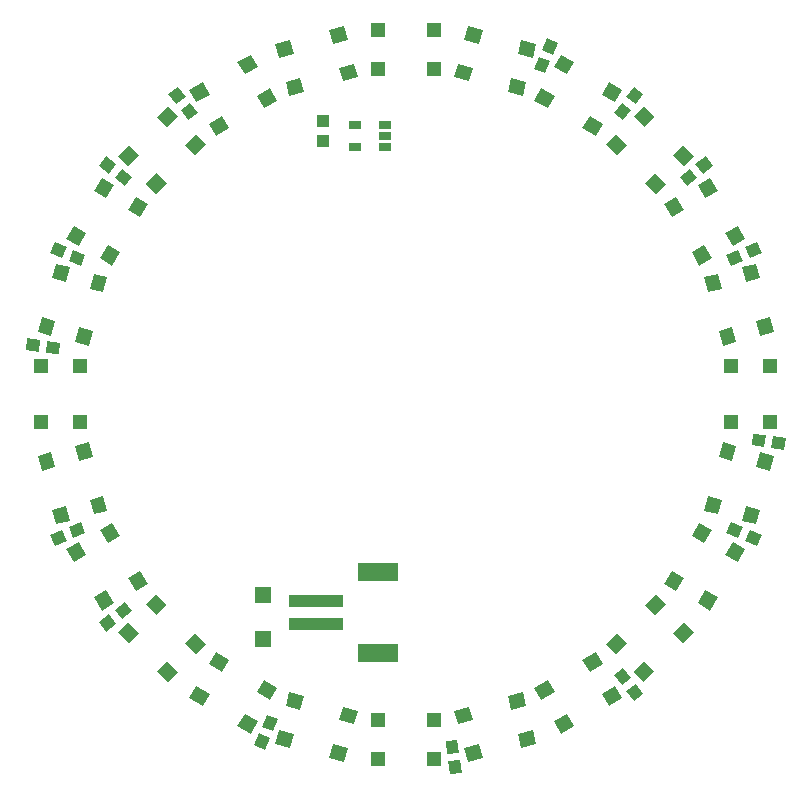
<source format=gbr>
G04 EAGLE Gerber RS-274X export*
G75*
%MOMM*%
%FSLAX34Y34*%
%LPD*%
%INSolderpaste Top*%
%IPPOS*%
%AMOC8*
5,1,8,0,0,1.08239X$1,22.5*%
G01*
%ADD10R,1.300000X1.200000*%
%ADD11R,1.200000X1.300000*%
%ADD12R,1.100000X1.000000*%
%ADD13R,1.000000X1.100000*%
%ADD14R,4.600000X1.000000*%
%ADD15R,3.400000X1.600000*%
%ADD16R,1.400000X1.400000*%
%ADD17R,0.990000X0.690000*%


D10*
X23500Y275600D03*
X23500Y308600D03*
X-23500Y275600D03*
X-23500Y308600D03*
G36*
X89304Y267603D02*
X101860Y264239D01*
X98754Y252649D01*
X86198Y256013D01*
X89304Y267603D01*
G37*
G36*
X97845Y299478D02*
X110401Y296114D01*
X107295Y284524D01*
X94739Y287888D01*
X97845Y299478D01*
G37*
G36*
X43906Y279767D02*
X56462Y276403D01*
X53356Y264813D01*
X40800Y268177D01*
X43906Y279767D01*
G37*
G36*
X52447Y311643D02*
X65003Y308279D01*
X61897Y296689D01*
X49341Y300053D01*
X52447Y311643D01*
G37*
G36*
X155523Y235373D02*
X166781Y228873D01*
X160781Y218481D01*
X149523Y224981D01*
X155523Y235373D01*
G37*
G36*
X172023Y263952D02*
X183281Y257452D01*
X177281Y247060D01*
X166023Y253560D01*
X172023Y263952D01*
G37*
G36*
X114819Y258873D02*
X126077Y252373D01*
X120077Y241981D01*
X108819Y248481D01*
X114819Y258873D01*
G37*
G36*
X131319Y287452D02*
X142577Y280952D01*
X136577Y270560D01*
X125319Y277060D01*
X131319Y287452D01*
G37*
G36*
X211142Y187099D02*
X220333Y177908D01*
X211848Y169423D01*
X202657Y178614D01*
X211142Y187099D01*
G37*
G36*
X234476Y210433D02*
X243667Y201242D01*
X235182Y192757D01*
X225991Y201948D01*
X234476Y210433D01*
G37*
G36*
X177908Y220333D02*
X187099Y211142D01*
X178614Y202657D01*
X169423Y211848D01*
X177908Y220333D01*
G37*
G36*
X201242Y243667D02*
X210433Y234476D01*
X201948Y225991D01*
X192757Y235182D01*
X201242Y243667D01*
G37*
G36*
X252373Y126077D02*
X258873Y114819D01*
X248481Y108819D01*
X241981Y120077D01*
X252373Y126077D01*
G37*
G36*
X280952Y142577D02*
X287452Y131319D01*
X277060Y125319D01*
X270560Y136577D01*
X280952Y142577D01*
G37*
G36*
X228873Y166781D02*
X235373Y155523D01*
X224981Y149523D01*
X218481Y160781D01*
X228873Y166781D01*
G37*
G36*
X257452Y183281D02*
X263952Y172023D01*
X253560Y166023D01*
X247060Y177281D01*
X257452Y183281D01*
G37*
G36*
X276403Y56462D02*
X279767Y43906D01*
X268177Y40800D01*
X264813Y53356D01*
X276403Y56462D01*
G37*
G36*
X308279Y65003D02*
X311643Y52447D01*
X300053Y49341D01*
X296689Y61897D01*
X308279Y65003D01*
G37*
G36*
X264239Y101860D02*
X267603Y89304D01*
X256013Y86198D01*
X252649Y98754D01*
X264239Y101860D01*
G37*
G36*
X296114Y110401D02*
X299478Y97845D01*
X287888Y94739D01*
X284524Y107295D01*
X296114Y110401D01*
G37*
D11*
X275600Y-23500D03*
X308600Y-23500D03*
X275600Y23500D03*
X308600Y23500D03*
D10*
G36*
X267603Y-89304D02*
X264239Y-101860D01*
X252649Y-98754D01*
X256013Y-86198D01*
X267603Y-89304D01*
G37*
G36*
X299478Y-97845D02*
X296114Y-110401D01*
X284524Y-107295D01*
X287888Y-94739D01*
X299478Y-97845D01*
G37*
G36*
X279767Y-43906D02*
X276403Y-56462D01*
X264813Y-53356D01*
X268177Y-40800D01*
X279767Y-43906D01*
G37*
G36*
X311643Y-52447D02*
X308279Y-65003D01*
X296689Y-61897D01*
X300053Y-49341D01*
X311643Y-52447D01*
G37*
G36*
X235373Y-155523D02*
X228873Y-166781D01*
X218481Y-160781D01*
X224981Y-149523D01*
X235373Y-155523D01*
G37*
G36*
X263952Y-172023D02*
X257452Y-183281D01*
X247060Y-177281D01*
X253560Y-166023D01*
X263952Y-172023D01*
G37*
G36*
X258873Y-114819D02*
X252373Y-126077D01*
X241981Y-120077D01*
X248481Y-108819D01*
X258873Y-114819D01*
G37*
G36*
X287452Y-131319D02*
X280952Y-142577D01*
X270560Y-136577D01*
X277060Y-125319D01*
X287452Y-131319D01*
G37*
G36*
X187099Y-211142D02*
X177908Y-220333D01*
X169423Y-211848D01*
X178614Y-202657D01*
X187099Y-211142D01*
G37*
G36*
X210433Y-234476D02*
X201242Y-243667D01*
X192757Y-235182D01*
X201948Y-225991D01*
X210433Y-234476D01*
G37*
G36*
X220333Y-177908D02*
X211142Y-187099D01*
X202657Y-178614D01*
X211848Y-169423D01*
X220333Y-177908D01*
G37*
G36*
X243667Y-201242D02*
X234476Y-210433D01*
X225991Y-201948D01*
X235182Y-192757D01*
X243667Y-201242D01*
G37*
G36*
X126077Y-252373D02*
X114819Y-258873D01*
X108819Y-248481D01*
X120077Y-241981D01*
X126077Y-252373D01*
G37*
G36*
X142577Y-280952D02*
X131319Y-287452D01*
X125319Y-277060D01*
X136577Y-270560D01*
X142577Y-280952D01*
G37*
G36*
X166781Y-228873D02*
X155523Y-235373D01*
X149523Y-224981D01*
X160781Y-218481D01*
X166781Y-228873D01*
G37*
G36*
X183281Y-257452D02*
X172023Y-263952D01*
X166023Y-253560D01*
X177281Y-247060D01*
X183281Y-257452D01*
G37*
G36*
X56462Y-276403D02*
X43906Y-279767D01*
X40800Y-268177D01*
X53356Y-264813D01*
X56462Y-276403D01*
G37*
G36*
X65003Y-308279D02*
X52447Y-311643D01*
X49341Y-300053D01*
X61897Y-296689D01*
X65003Y-308279D01*
G37*
G36*
X101860Y-264239D02*
X89304Y-267603D01*
X86198Y-256013D01*
X98754Y-252649D01*
X101860Y-264239D01*
G37*
G36*
X110401Y-296114D02*
X97845Y-299478D01*
X94739Y-287888D01*
X107295Y-284524D01*
X110401Y-296114D01*
G37*
D12*
G36*
X122056Y281605D02*
X117846Y271444D01*
X108608Y275271D01*
X112818Y285432D01*
X122056Y281605D01*
G37*
G36*
X128562Y297311D02*
X124352Y287150D01*
X115114Y290977D01*
X119324Y301138D01*
X128562Y297311D01*
G37*
G36*
X190783Y240420D02*
X184087Y231694D01*
X176155Y237782D01*
X182851Y246508D01*
X190783Y240420D01*
G37*
G36*
X201132Y253907D02*
X194436Y245181D01*
X186504Y251269D01*
X193200Y259995D01*
X201132Y253907D01*
G37*
G36*
X246508Y182851D02*
X237782Y176155D01*
X231694Y184087D01*
X240420Y190783D01*
X246508Y182851D01*
G37*
G36*
X259995Y193200D02*
X251269Y186504D01*
X245181Y194436D01*
X253907Y201132D01*
X259995Y193200D01*
G37*
G36*
X281605Y-122056D02*
X271444Y-117846D01*
X275271Y-108608D01*
X285432Y-112818D01*
X281605Y-122056D01*
G37*
G36*
X297311Y-128562D02*
X287150Y-124352D01*
X290977Y-115114D01*
X301138Y-119324D01*
X297311Y-128562D01*
G37*
G36*
X182851Y-246508D02*
X176155Y-237782D01*
X184087Y-231694D01*
X190783Y-240420D01*
X182851Y-246508D01*
G37*
G36*
X193200Y-259995D02*
X186504Y-251269D01*
X194436Y-245181D01*
X201132Y-253907D01*
X193200Y-259995D01*
G37*
G36*
X35098Y-304906D02*
X33662Y-294001D01*
X43576Y-292696D01*
X45012Y-303601D01*
X35098Y-304906D01*
G37*
G36*
X37317Y-321761D02*
X35881Y-310856D01*
X45795Y-309551D01*
X47231Y-320456D01*
X37317Y-321761D01*
G37*
D10*
X-23500Y-275600D03*
X-23500Y-308600D03*
X23500Y-275600D03*
X23500Y-308600D03*
G36*
X-89304Y-267603D02*
X-101860Y-264239D01*
X-98754Y-252649D01*
X-86198Y-256013D01*
X-89304Y-267603D01*
G37*
G36*
X-97845Y-299478D02*
X-110401Y-296114D01*
X-107295Y-284524D01*
X-94739Y-287888D01*
X-97845Y-299478D01*
G37*
G36*
X-43906Y-279767D02*
X-56462Y-276403D01*
X-53356Y-264813D01*
X-40800Y-268177D01*
X-43906Y-279767D01*
G37*
G36*
X-52447Y-311643D02*
X-65003Y-308279D01*
X-61897Y-296689D01*
X-49341Y-300053D01*
X-52447Y-311643D01*
G37*
G36*
X-155523Y-235373D02*
X-166781Y-228873D01*
X-160781Y-218481D01*
X-149523Y-224981D01*
X-155523Y-235373D01*
G37*
G36*
X-172023Y-263952D02*
X-183281Y-257452D01*
X-177281Y-247060D01*
X-166023Y-253560D01*
X-172023Y-263952D01*
G37*
G36*
X-114819Y-258873D02*
X-126077Y-252373D01*
X-120077Y-241981D01*
X-108819Y-248481D01*
X-114819Y-258873D01*
G37*
G36*
X-131319Y-287452D02*
X-142577Y-280952D01*
X-136577Y-270560D01*
X-125319Y-277060D01*
X-131319Y-287452D01*
G37*
G36*
X-211142Y-187099D02*
X-220333Y-177908D01*
X-211848Y-169423D01*
X-202657Y-178614D01*
X-211142Y-187099D01*
G37*
G36*
X-234476Y-210433D02*
X-243667Y-201242D01*
X-235182Y-192757D01*
X-225991Y-201948D01*
X-234476Y-210433D01*
G37*
G36*
X-177908Y-220333D02*
X-187099Y-211142D01*
X-178614Y-202657D01*
X-169423Y-211848D01*
X-177908Y-220333D01*
G37*
G36*
X-201242Y-243667D02*
X-210433Y-234476D01*
X-201948Y-225991D01*
X-192757Y-235182D01*
X-201242Y-243667D01*
G37*
G36*
X-252373Y-126077D02*
X-258873Y-114819D01*
X-248481Y-108819D01*
X-241981Y-120077D01*
X-252373Y-126077D01*
G37*
G36*
X-280952Y-142577D02*
X-287452Y-131319D01*
X-277060Y-125319D01*
X-270560Y-136577D01*
X-280952Y-142577D01*
G37*
G36*
X-228873Y-166781D02*
X-235373Y-155523D01*
X-224981Y-149523D01*
X-218481Y-160781D01*
X-228873Y-166781D01*
G37*
G36*
X-257452Y-183281D02*
X-263952Y-172023D01*
X-253560Y-166023D01*
X-247060Y-177281D01*
X-257452Y-183281D01*
G37*
G36*
X-276403Y-56462D02*
X-279767Y-43906D01*
X-268177Y-40800D01*
X-264813Y-53356D01*
X-276403Y-56462D01*
G37*
G36*
X-308279Y-65003D02*
X-311643Y-52447D01*
X-300053Y-49341D01*
X-296689Y-61897D01*
X-308279Y-65003D01*
G37*
G36*
X-264239Y-101860D02*
X-267603Y-89304D01*
X-256013Y-86198D01*
X-252649Y-98754D01*
X-264239Y-101860D01*
G37*
G36*
X-296114Y-110401D02*
X-299478Y-97845D01*
X-287888Y-94739D01*
X-284524Y-107295D01*
X-296114Y-110401D01*
G37*
D11*
X-275600Y23500D03*
X-308600Y23500D03*
X-275600Y-23500D03*
X-308600Y-23500D03*
D10*
G36*
X-267603Y89304D02*
X-264239Y101860D01*
X-252649Y98754D01*
X-256013Y86198D01*
X-267603Y89304D01*
G37*
G36*
X-299478Y97845D02*
X-296114Y110401D01*
X-284524Y107295D01*
X-287888Y94739D01*
X-299478Y97845D01*
G37*
G36*
X-279767Y43906D02*
X-276403Y56462D01*
X-264813Y53356D01*
X-268177Y40800D01*
X-279767Y43906D01*
G37*
G36*
X-311643Y52447D02*
X-308279Y65003D01*
X-296689Y61897D01*
X-300053Y49341D01*
X-311643Y52447D01*
G37*
G36*
X-235373Y155523D02*
X-228873Y166781D01*
X-218481Y160781D01*
X-224981Y149523D01*
X-235373Y155523D01*
G37*
G36*
X-263952Y172023D02*
X-257452Y183281D01*
X-247060Y177281D01*
X-253560Y166023D01*
X-263952Y172023D01*
G37*
G36*
X-258873Y114819D02*
X-252373Y126077D01*
X-241981Y120077D01*
X-248481Y108819D01*
X-258873Y114819D01*
G37*
G36*
X-287452Y131319D02*
X-280952Y142577D01*
X-270560Y136577D01*
X-277060Y125319D01*
X-287452Y131319D01*
G37*
G36*
X-187099Y211142D02*
X-177908Y220333D01*
X-169423Y211848D01*
X-178614Y202657D01*
X-187099Y211142D01*
G37*
G36*
X-210433Y234476D02*
X-201242Y243667D01*
X-192757Y235182D01*
X-201948Y225991D01*
X-210433Y234476D01*
G37*
G36*
X-220333Y177908D02*
X-211142Y187099D01*
X-202657Y178614D01*
X-211848Y169423D01*
X-220333Y177908D01*
G37*
G36*
X-243667Y201242D02*
X-234476Y210433D01*
X-225991Y201948D01*
X-235182Y192757D01*
X-243667Y201242D01*
G37*
G36*
X-126077Y252373D02*
X-114819Y258873D01*
X-108819Y248481D01*
X-120077Y241981D01*
X-126077Y252373D01*
G37*
G36*
X-142577Y280952D02*
X-131319Y287452D01*
X-125319Y277060D01*
X-136577Y270560D01*
X-142577Y280952D01*
G37*
G36*
X-166781Y228873D02*
X-155523Y235373D01*
X-149523Y224981D01*
X-160781Y218481D01*
X-166781Y228873D01*
G37*
G36*
X-183281Y257452D02*
X-172023Y263952D01*
X-166023Y253560D01*
X-177281Y247060D01*
X-183281Y257452D01*
G37*
G36*
X-56462Y276403D02*
X-43906Y279767D01*
X-40800Y268177D01*
X-53356Y264813D01*
X-56462Y276403D01*
G37*
G36*
X-65003Y308279D02*
X-52447Y311643D01*
X-49341Y300053D01*
X-61897Y296689D01*
X-65003Y308279D01*
G37*
G36*
X-101860Y264239D02*
X-89304Y267603D01*
X-86198Y256013D01*
X-98754Y252649D01*
X-101860Y264239D01*
G37*
G36*
X-110401Y296114D02*
X-97845Y299478D01*
X-94739Y287888D01*
X-107295Y284524D01*
X-110401Y296114D01*
G37*
D12*
G36*
X285432Y112818D02*
X275271Y108608D01*
X271444Y117846D01*
X281605Y122056D01*
X285432Y112818D01*
G37*
G36*
X301138Y119324D02*
X290977Y115114D01*
X287150Y124352D01*
X297311Y128562D01*
X301138Y119324D01*
G37*
G36*
X303601Y-45012D02*
X292696Y-43576D01*
X294001Y-33662D01*
X304906Y-35098D01*
X303601Y-45012D01*
G37*
G36*
X320456Y-47231D02*
X309551Y-45795D01*
X310856Y-35881D01*
X321761Y-37317D01*
X320456Y-47231D01*
G37*
G36*
X-122056Y-281605D02*
X-117846Y-271444D01*
X-108608Y-275271D01*
X-112818Y-285432D01*
X-122056Y-281605D01*
G37*
G36*
X-128562Y-297311D02*
X-124352Y-287150D01*
X-115114Y-290977D01*
X-119324Y-301138D01*
X-128562Y-297311D01*
G37*
G36*
X-246508Y-182851D02*
X-237782Y-176155D01*
X-231694Y-184087D01*
X-240420Y-190783D01*
X-246508Y-182851D01*
G37*
G36*
X-259995Y-193200D02*
X-251269Y-186504D01*
X-245181Y-194436D01*
X-253907Y-201132D01*
X-259995Y-193200D01*
G37*
G36*
X-285432Y-112818D02*
X-275271Y-108608D01*
X-271444Y-117846D01*
X-281605Y-122056D01*
X-285432Y-112818D01*
G37*
G36*
X-301138Y-119324D02*
X-290977Y-115114D01*
X-287150Y-124352D01*
X-297311Y-128562D01*
X-301138Y-119324D01*
G37*
G36*
X-303601Y45012D02*
X-292696Y43576D01*
X-294001Y33662D01*
X-304906Y35098D01*
X-303601Y45012D01*
G37*
G36*
X-320456Y47231D02*
X-309551Y45795D01*
X-310856Y35881D01*
X-321761Y37317D01*
X-320456Y47231D01*
G37*
G36*
X-281605Y122056D02*
X-271444Y117846D01*
X-275271Y108608D01*
X-285432Y112818D01*
X-281605Y122056D01*
G37*
G36*
X-297311Y128562D02*
X-287150Y124352D01*
X-290977Y115114D01*
X-301138Y119324D01*
X-297311Y128562D01*
G37*
G36*
X-240420Y190783D02*
X-231694Y184087D01*
X-237782Y176155D01*
X-246508Y182851D01*
X-240420Y190783D01*
G37*
G36*
X-253907Y201132D02*
X-245181Y194436D01*
X-251269Y186504D01*
X-259995Y193200D01*
X-253907Y201132D01*
G37*
G36*
X-182851Y246508D02*
X-176155Y237782D01*
X-184087Y231694D01*
X-190783Y240420D01*
X-182851Y246508D01*
G37*
G36*
X-193200Y259995D02*
X-186504Y251269D01*
X-194436Y245181D01*
X-201132Y253907D01*
X-193200Y259995D01*
G37*
D13*
X-70313Y214421D03*
X-70313Y231421D03*
D14*
X-76000Y-175000D03*
X-76000Y-195000D03*
D15*
X-24000Y-151000D03*
X-24000Y-219000D03*
D16*
X-121280Y-207160D03*
X-121280Y-170160D03*
D17*
X-17580Y208940D03*
X-17580Y218440D03*
X-17580Y227940D03*
X-43480Y227940D03*
X-43480Y208940D03*
M02*

</source>
